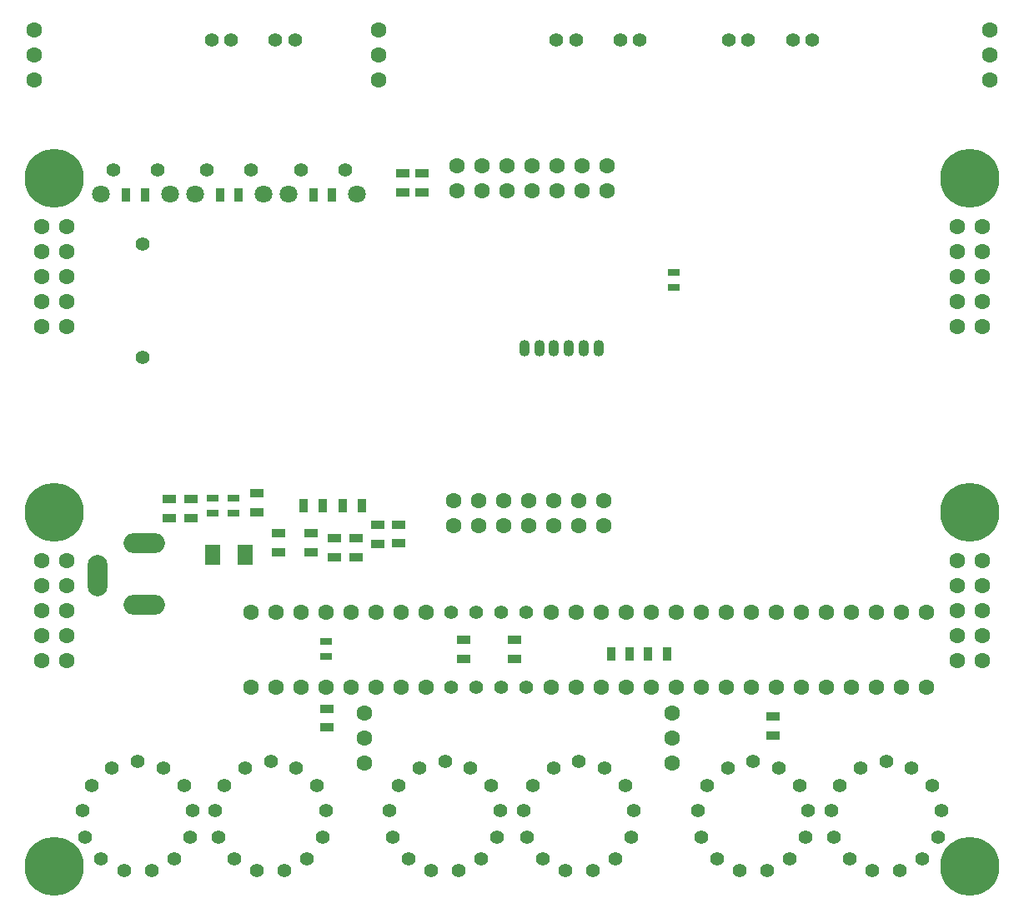
<source format=gbs>
G04 (created by PCBNEW (2013-07-07 BZR 4022)-stable) date 2014/09/09 2:27:30*
%MOIN*%
G04 Gerber Fmt 3.4, Leading zero omitted, Abs format*
%FSLAX34Y34*%
G01*
G70*
G90*
G04 APERTURE LIST*
%ADD10C,0.00590551*%
%ADD11C,0.0629921*%
%ADD12O,0.0787402X0.165354*%
%ADD13O,0.165354X0.0787402*%
%ADD14R,0.06X0.08*%
%ADD15R,0.055X0.035*%
%ADD16R,0.035X0.055*%
%ADD17R,0.045X0.025*%
%ADD18C,0.0551181*%
%ADD19O,0.0433071X0.0669291*%
%ADD20C,0.055*%
%ADD21C,0.23622*%
%ADD22C,0.0708661*%
G04 APERTURE END LIST*
G54D10*
G54D11*
X590Y32858D03*
X590Y33858D03*
X590Y34858D03*
X28258Y11541D03*
X27258Y11541D03*
X26258Y11541D03*
X25258Y11541D03*
X24258Y11541D03*
X23258Y11541D03*
X22258Y11541D03*
X21258Y11541D03*
X21258Y8541D03*
X22258Y8541D03*
X23258Y8541D03*
X24258Y8541D03*
X25258Y8541D03*
X26258Y8541D03*
X27258Y8541D03*
X28258Y8541D03*
G54D12*
X3110Y13031D03*
G54D13*
X5000Y14311D03*
X5000Y11850D03*
G54D14*
X7735Y13858D03*
X9035Y13858D03*
G54D15*
X30118Y6632D03*
X30118Y7382D03*
X14311Y14290D03*
X14311Y15040D03*
X9488Y15569D03*
X9488Y16319D03*
X5984Y16083D03*
X5984Y15333D03*
X13464Y13758D03*
X13464Y14508D03*
X12598Y13758D03*
X12598Y14508D03*
X10354Y14705D03*
X10354Y13955D03*
G54D16*
X13682Y15826D03*
X12932Y15826D03*
G54D15*
X12283Y6947D03*
X12283Y7697D03*
X15324Y29115D03*
X15324Y28365D03*
X16072Y29115D03*
X16072Y28365D03*
G54D16*
X25126Y9901D03*
X25876Y9901D03*
X4270Y28267D03*
X5020Y28267D03*
G54D15*
X17754Y9702D03*
X17754Y10452D03*
X19801Y9702D03*
X19801Y10452D03*
G54D16*
X8010Y28267D03*
X8760Y28267D03*
X11750Y28267D03*
X12500Y28267D03*
X24400Y9901D03*
X23650Y9901D03*
X11357Y15826D03*
X12107Y15826D03*
G54D17*
X8543Y15526D03*
X8543Y16126D03*
X7716Y15526D03*
X7716Y16126D03*
X12242Y10377D03*
X12242Y9777D03*
X26144Y24545D03*
X26144Y25145D03*
G54D18*
X7677Y34448D03*
X8464Y34448D03*
X10236Y34448D03*
X11023Y34448D03*
X31692Y34448D03*
X30905Y34448D03*
X29133Y34448D03*
X28346Y34448D03*
X4931Y21771D03*
X4931Y26299D03*
G54D19*
X23139Y22106D03*
X22549Y22106D03*
X21958Y22106D03*
X21368Y22106D03*
X20777Y22106D03*
X20187Y22106D03*
G54D11*
X38779Y32858D03*
X38779Y33858D03*
X38779Y34858D03*
X13779Y5535D03*
X13779Y6535D03*
X13779Y7535D03*
X26102Y5535D03*
X26102Y6535D03*
X26102Y7535D03*
G54D20*
X18258Y11541D03*
X17258Y11541D03*
X17258Y8541D03*
X18258Y8541D03*
X20258Y11541D03*
X19258Y11541D03*
X19258Y8541D03*
X20258Y8541D03*
G54D11*
X37492Y27000D03*
X37492Y26000D03*
X37492Y25000D03*
X37492Y24000D03*
X37492Y23000D03*
X38492Y23000D03*
X38492Y24000D03*
X38492Y25000D03*
X38492Y26000D03*
X38492Y27000D03*
X877Y27000D03*
X877Y26000D03*
X877Y25000D03*
X877Y24000D03*
X877Y23000D03*
X1877Y23000D03*
X1877Y24000D03*
X1877Y25000D03*
X1877Y26000D03*
X1877Y27000D03*
X37492Y13614D03*
X37492Y12614D03*
X37492Y11614D03*
X37492Y10614D03*
X37492Y9614D03*
X38492Y9614D03*
X38492Y10614D03*
X38492Y11614D03*
X38492Y12614D03*
X38492Y13614D03*
X877Y13614D03*
X877Y12614D03*
X877Y11614D03*
X877Y10614D03*
X877Y9614D03*
X1877Y9614D03*
X1877Y10614D03*
X1877Y11614D03*
X1877Y12614D03*
X1877Y13614D03*
X16258Y11541D03*
X15258Y11541D03*
X14258Y11541D03*
X13258Y11541D03*
X12258Y11541D03*
X11258Y11541D03*
X10258Y11541D03*
X9258Y11541D03*
X9258Y8541D03*
X10258Y8541D03*
X11258Y8541D03*
X12258Y8541D03*
X13258Y8541D03*
X14258Y8541D03*
X15258Y8541D03*
X16258Y8541D03*
X36258Y11541D03*
X35258Y11541D03*
X34258Y11541D03*
X33258Y11541D03*
X32258Y11541D03*
X31258Y11541D03*
X30258Y11541D03*
X29258Y11541D03*
X29258Y8541D03*
X30258Y8541D03*
X31258Y8541D03*
X32258Y8541D03*
X33258Y8541D03*
X34258Y8541D03*
X35258Y8541D03*
X36258Y8541D03*
G54D21*
X37992Y1377D03*
X37992Y28937D03*
X1377Y28937D03*
X1377Y1377D03*
X1377Y15551D03*
X37992Y15551D03*
G54D18*
X5531Y29271D03*
X3759Y29271D03*
G54D22*
X3267Y28287D03*
X6023Y28287D03*
G54D18*
X9271Y29271D03*
X7500Y29271D03*
G54D22*
X7007Y28287D03*
X9763Y28287D03*
G54D18*
X13011Y29271D03*
X11240Y29271D03*
G54D22*
X10748Y28287D03*
X13503Y28287D03*
G54D15*
X15157Y15060D03*
X15157Y14310D03*
X6850Y15333D03*
X6850Y16083D03*
X11653Y14705D03*
X11653Y13955D03*
G54D11*
X17482Y28437D03*
X18482Y28437D03*
X19482Y28437D03*
X20482Y28437D03*
X21482Y28437D03*
X22482Y28437D03*
X23482Y28437D03*
X23482Y29437D03*
X22482Y29437D03*
X21482Y29437D03*
X20482Y29437D03*
X19482Y29437D03*
X18482Y29437D03*
X17482Y29437D03*
X17364Y15011D03*
X18364Y15011D03*
X19364Y15011D03*
X20364Y15011D03*
X21364Y15011D03*
X22364Y15011D03*
X23364Y15011D03*
X23364Y16011D03*
X22364Y16011D03*
X21364Y16011D03*
X20364Y16011D03*
X19364Y16011D03*
X18364Y16011D03*
X17364Y16011D03*
G54D18*
X21456Y34448D03*
X22244Y34448D03*
X24015Y34448D03*
X24803Y34448D03*
G54D11*
X14370Y32858D03*
X14370Y33858D03*
X14370Y34858D03*
G54D18*
X4724Y5590D03*
X5275Y1220D03*
X6181Y1692D03*
X6811Y2559D03*
X6929Y3622D03*
X6574Y4606D03*
X5748Y5314D03*
X3700Y5314D03*
X2874Y4606D03*
X2519Y3622D03*
X2637Y2559D03*
X3267Y1692D03*
X4173Y1220D03*
X10039Y5590D03*
X10590Y1220D03*
X11496Y1692D03*
X12125Y2559D03*
X12244Y3622D03*
X11889Y4606D03*
X11062Y5314D03*
X9015Y5314D03*
X8188Y4606D03*
X7834Y3622D03*
X7952Y2559D03*
X8582Y1692D03*
X9488Y1220D03*
X17007Y5590D03*
X17559Y1220D03*
X18464Y1692D03*
X19094Y2559D03*
X19212Y3622D03*
X18858Y4606D03*
X18031Y5314D03*
X15984Y5314D03*
X15157Y4606D03*
X14803Y3622D03*
X14921Y2559D03*
X15551Y1692D03*
X16456Y1220D03*
X22362Y5590D03*
X22913Y1220D03*
X23818Y1692D03*
X24448Y2559D03*
X24566Y3622D03*
X24212Y4606D03*
X23385Y5314D03*
X21338Y5314D03*
X20511Y4606D03*
X20157Y3622D03*
X20275Y2559D03*
X20905Y1692D03*
X21811Y1220D03*
X29330Y5590D03*
X29881Y1220D03*
X30787Y1692D03*
X31417Y2559D03*
X31535Y3622D03*
X31181Y4606D03*
X30354Y5314D03*
X28307Y5314D03*
X27480Y4606D03*
X27125Y3622D03*
X27244Y2559D03*
X27874Y1692D03*
X28779Y1220D03*
X34645Y5590D03*
X35196Y1220D03*
X36102Y1692D03*
X36732Y2559D03*
X36850Y3622D03*
X36496Y4606D03*
X35669Y5314D03*
X33622Y5314D03*
X32795Y4606D03*
X32440Y3622D03*
X32559Y2559D03*
X33188Y1692D03*
X34094Y1220D03*
M02*

</source>
